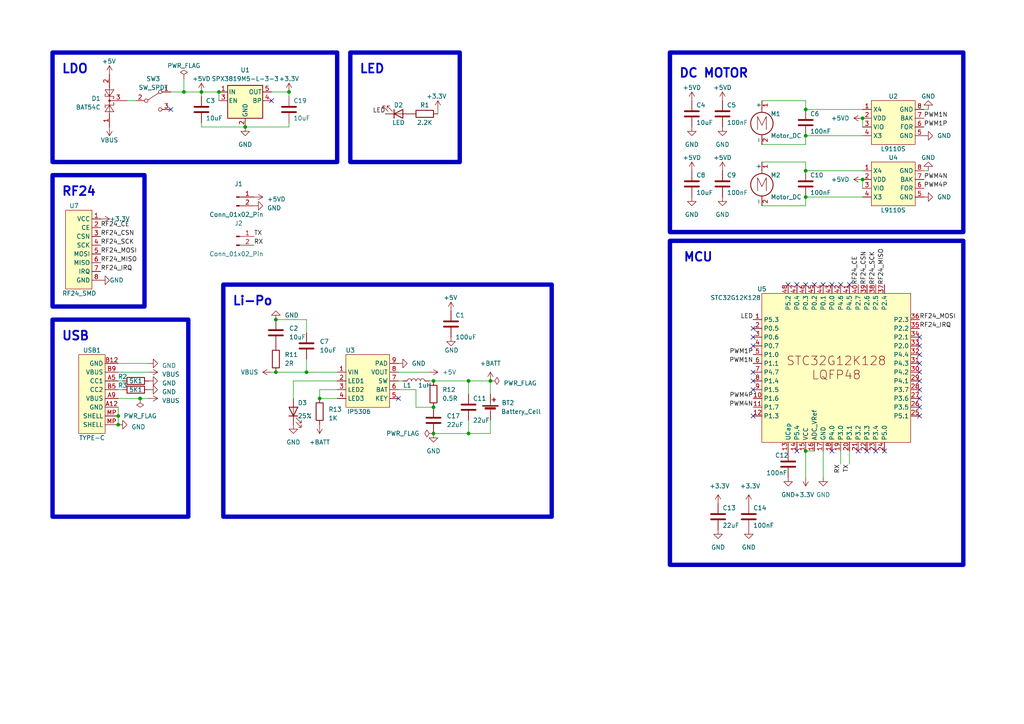
<source format=kicad_sch>
(kicad_sch (version 20230121) (generator eeschema)
  (paper "A4")
  (lib_symbols
    (symbol "ADel:L9110S"
      (property "Reference" "U" (at 0 1.27 0))
      (symbol "L9110S_0_1"
        (rectangle (start 0 0) (end 12.7 -12.7) (fill (type background)))
      )
      (symbol "L9110S_1_1"
        (pin bidirectional line (at -2.54 -2.54 0) (length 2.54) (name "X4") (number "1"))
        (pin power_in line (at -2.54 -5.08 0) (length 2.54) (name "VDD") (number "2"))
        (pin power_in line (at -2.54 -7.62 0) (length 2.54) (name "VIO") (number "3"))
        (pin bidirectional line (at -2.54 -10.16 0) (length 2.54) (name "X3") (number "4"))
        (pin power_in line (at 15.24 -10.16 180) (length 2.54) (name "GND") (number "5"))
        (pin bidirectional line (at 15.24 -7.62 180) (length 2.54) (name "FOR") (number "6"))
        (pin bidirectional line (at 15.24 -5.08 180) (length 2.54) (name "BAK") (number "7"))
        (pin power_in line (at 15.24 -2.54 180) (length 2.54) (name "GND") (number "8"))
      )
    )
    (symbol "ADel:STC32G12K128_48P"
      (property "Reference" "U" (at 0 1.27 0))
      (symbol "STC32G12K128_48P_0_1"
        (rectangle (start 0 0) (end 43.18 -43.18) (fill (type background)))
        (text "STC32G12K128\nLQFP48" (at 21.59 -21.59 0) (effects (font (size 2.54 2.54))))
      )
      (symbol "STC32G12K128_48P_1_1"
        (pin bidirectional line (at -2.54 -7.62 0) (length 2.54) (name "P5.3") (number "1"))
        (pin bidirectional line (at -2.54 -30.48 0) (length 2.54) (name "P1.6") (number "10"))
        (pin bidirectional line (at -2.54 -33.02 0) (length 2.54) (name "P1.7") (number "11"))
        (pin bidirectional line (at -2.54 -35.56 0) (length 2.54) (name "P1.3") (number "12"))
        (pin bidirectional line (at 7.62 -45.72 90) (length 2.54) (name "UCap") (number "13"))
        (pin bidirectional line (at 10.16 -45.72 90) (length 2.54) (name "P5.4") (number "14"))
        (pin power_in line (at 12.7 -45.72 90) (length 2.54) (name "VCC") (number "15"))
        (pin power_in line (at 15.24 -45.72 90) (length 2.54) (name "ADC_VRef") (number "16"))
        (pin power_in line (at 17.78 -45.72 90) (length 2.54) (name "GND") (number "17"))
        (pin bidirectional line (at 20.32 -45.72 90) (length 2.54) (name "P4.0") (number "18"))
        (pin bidirectional line (at 22.86 -45.72 90) (length 2.54) (name "P3.0") (number "19"))
        (pin bidirectional line (at -2.54 -10.16 0) (length 2.54) (name "P0.5") (number "2"))
        (pin bidirectional line (at 25.4 -45.72 90) (length 2.54) (name "P3.1") (number "20"))
        (pin bidirectional line (at 27.94 -45.72 90) (length 2.54) (name "P3.2") (number "21"))
        (pin bidirectional line (at 30.48 -45.72 90) (length 2.54) (name "P3.3") (number "22"))
        (pin bidirectional line (at 33.02 -45.72 90) (length 2.54) (name "P3.4") (number "23"))
        (pin bidirectional line (at 35.56 -45.72 90) (length 2.54) (name "P5.0") (number "24"))
        (pin bidirectional line (at 45.72 -35.56 180) (length 2.54) (name "P5.1") (number "25"))
        (pin bidirectional line (at 45.72 -33.02 180) (length 2.54) (name "P3.5") (number "26"))
        (pin bidirectional line (at 45.72 -30.48 180) (length 2.54) (name "P3.6") (number "27"))
        (pin bidirectional line (at 45.72 -27.94 180) (length 2.54) (name "P3.7") (number "28"))
        (pin bidirectional line (at 45.72 -25.4 180) (length 2.54) (name "P4.1") (number "29"))
        (pin bidirectional line (at -2.54 -12.7 0) (length 2.54) (name "P0.6") (number "3"))
        (pin bidirectional line (at 45.72 -22.86 180) (length 2.54) (name "P4.2") (number "30"))
        (pin bidirectional line (at 45.72 -20.32 180) (length 2.54) (name "P4.3") (number "31"))
        (pin bidirectional line (at 45.72 -17.78 180) (length 2.54) (name "P4.4") (number "32"))
        (pin bidirectional line (at 45.72 -15.24 180) (length 2.54) (name "P2.0") (number "33"))
        (pin bidirectional line (at 45.72 -12.7 180) (length 2.54) (name "P2.1") (number "34"))
        (pin bidirectional line (at 45.72 -10.16 180) (length 2.54) (name "P2.2") (number "35"))
        (pin bidirectional line (at 45.72 -7.62 180) (length 2.54) (name "P2.3") (number "36"))
        (pin bidirectional line (at 35.56 2.54 270) (length 2.54) (name "P2.4") (number "37"))
        (pin bidirectional line (at 33.02 2.54 270) (length 2.54) (name "P2.5") (number "38"))
        (pin bidirectional line (at 30.48 2.54 270) (length 2.54) (name "P2.6") (number "39"))
        (pin bidirectional line (at -2.54 -15.24 0) (length 2.54) (name "P0.7") (number "4"))
        (pin bidirectional line (at 27.94 2.54 270) (length 2.54) (name "P2.7") (number "40"))
        (pin bidirectional line (at 25.4 2.54 270) (length 2.54) (name "P4.5") (number "41"))
        (pin bidirectional line (at 22.86 2.54 270) (length 2.54) (name "P4.6") (number "42"))
        (pin bidirectional line (at 20.32 2.54 270) (length 2.54) (name "P0.0") (number "43"))
        (pin bidirectional line (at 17.78 2.54 270) (length 2.54) (name "P0.1") (number "44"))
        (pin bidirectional line (at 15.24 2.54 270) (length 2.54) (name "P0.2") (number "45"))
        (pin bidirectional line (at 12.7 2.54 270) (length 2.54) (name "P0.3") (number "46"))
        (pin bidirectional line (at 10.16 2.54 270) (length 2.54) (name "P0.4") (number "47"))
        (pin bidirectional line (at 7.62 2.54 270) (length 2.54) (name "P5.2") (number "48"))
        (pin bidirectional line (at -2.54 -17.78 0) (length 2.54) (name "P1.0") (number "5"))
        (pin bidirectional line (at -2.54 -20.32 0) (length 2.54) (name "P1.1") (number "6"))
        (pin bidirectional line (at -2.54 -22.86 0) (length 2.54) (name "P4.7") (number "7"))
        (pin bidirectional line (at -2.54 -25.4 0) (length 2.54) (name "P1.4") (number "8"))
        (pin bidirectional line (at -2.54 -27.94 0) (length 2.54) (name "P1.5") (number "9"))
      )
    )
    (symbol "ADel:TYPE_C_6P"
      (property "Reference" "USB" (at 3.81 1.27 0))
      (property "Value" "TYPE-C" (at 3.81 -24.13 0))
      (symbol "TYPE_C_6P_0_1"
        (rectangle (start 0 0) (end 7.62 -22.86) (fill (type background)))
      )
      (symbol "TYPE_C_6P_1_1"
        (pin bidirectional line (at -3.81 -15.24 0) (length 3.81) (name "GND") (number "A12"))
        (pin bidirectional line (at -3.81 -7.62 0) (length 3.81) (name "CC1") (number "A5"))
        (pin bidirectional line (at -3.81 -12.7 0) (length 3.81) (name "VBUS") (number "A9"))
        (pin bidirectional line (at -3.81 -2.54 0) (length 3.81) (name "GND") (number "B12"))
        (pin bidirectional line (at -3.81 -10.16 0) (length 3.81) (name "CC2") (number "B5"))
        (pin bidirectional line (at -3.81 -5.08 0) (length 3.81) (name "VBUS") (number "B9"))
        (pin bidirectional line (at -3.81 -20.32 0) (length 3.81) (name "SHELL") (number "MP"))
        (pin bidirectional line (at -3.81 -17.78 0) (length 3.81) (name "SHELL") (number "MP"))
      )
    )
    (symbol "Connector:Conn_01x02_Pin" (pin_names (offset 1.016) hide)
      (property "Reference" "J" (at 0 2.54 0))
      (property "Value" "Conn_01x02_Pin" (at 0 -5.08 0))
      (symbol "Conn_01x02_Pin_1_1"
        (polyline (pts (xy 1.27 -2.54) (xy 0.8636 -2.54)) (stroke (width 0.1524)))
        (polyline (pts (xy 1.27 0) (xy 0.8636 0)) (stroke (width 0.1524)))
        (rectangle (start 0.8636 -2.413) (end 0 -2.667) (stroke (width 0.1524)) (fill (type outline)))
        (rectangle (start 0.8636 0.127) (end 0 -0.127) (stroke (width 0.1524)) (fill (type outline)))
        (pin passive line (at 5.08 0 180) (length 3.81) (name "Pin_1") (number "1"))
        (pin passive line (at 5.08 -2.54 180) (length 3.81) (name "Pin_2") (number "2"))
      )
    )
    (symbol "Del_Schlib:IP5306"
      (property "Reference" "U" (at 0 1.27 0))
      (property "Value" "IP5306" (at 8.89 1.27 0))
      (symbol "IP5306_0_1"
        (rectangle (start 0 0) (end 12.7 -15.24) (fill (type background)))
      )
      (symbol "IP5306_1_1"
        (pin power_in line (at -2.54 -5.08 0) (length 2.54) (name "VIN") (number "1"))
        (pin bidirectional line (at -2.54 -7.62 0) (length 2.54) (name "LED1") (number "2"))
        (pin bidirectional line (at -2.54 -10.16 0) (length 2.54) (name "LED2") (number "3"))
        (pin bidirectional line (at -2.54 -12.7 0) (length 2.54) (name "LED3") (number "4"))
        (pin input line (at 15.24 -12.7 180) (length 2.54) (name "KEY") (number "5"))
        (pin bidirectional line (at 15.24 -10.16 180) (length 2.54) (name "BAT") (number "6"))
        (pin bidirectional line (at 15.24 -7.62 180) (length 2.54) (name "SW") (number "7"))
        (pin power_out line (at 15.24 -5.08 180) (length 2.54) (name "VOUT") (number "8"))
        (pin power_in line (at 15.24 -2.54 180) (length 2.54) (name "PAD") (number "9"))
      )
    )
    (symbol "Del_Schlib:RF24_SMD"
      (property "Reference" "U" (at 3.81 1.27 0))
      (property "Value" "RF24_SMD" (at 3.81 -24.13 0))
      (symbol "RF24_SMD_0_1"
        (rectangle (start 0 0) (end 7.62 -22.86) (fill (type background)))
      )
      (symbol "RF24_SMD_1_1"
        (pin power_in line (at -2.54 -2.54 0) (length 2.54) (name "VCC") (number "1"))
        (pin bidirectional line (at -2.54 -5.08 0) (length 2.54) (name "CE") (number "2"))
        (pin bidirectional line (at -2.54 -7.62 0) (length 2.54) (name "CSN") (number "3"))
        (pin bidirectional line (at -2.54 -10.16 0) (length 2.54) (name "SCK") (number "4"))
        (pin bidirectional line (at -2.54 -12.7 0) (length 2.54) (name "MOSI") (number "5"))
        (pin bidirectional line (at -2.54 -15.24 0) (length 2.54) (name "MISO") (number "6"))
        (pin bidirectional line (at -2.54 -17.78 0) (length 2.54) (name "IRQ") (number "7"))
        (pin power_in line (at -2.54 -20.32 0) (length 2.54) (name "GND") (number "8"))
      )
    )
    (symbol "Device:Battery_Cell" (pin_numbers hide) (pin_names (offset 0) hide)
      (property "Reference" "BT1" (at 5.08 2.54 0))
      (property "Value" "Battery_Cell" (at 8.89 0 0))
      (symbol "Battery_Cell_0_1"
        (rectangle (start -2.286 1.778) (end 2.286 1.524) (fill (type outline)))
        (rectangle (start -1.5748 1.1938) (end 1.4732 0.6858) (fill (type outline)))
        (polyline (pts (xy 0 0.762) (xy 0 0)))
        (polyline (pts (xy 0 1.778) (xy 0 2.54)))
        (polyline (pts (xy 0.508 3.429) (xy 1.524 3.429)) (stroke (width 0.254)))
        (polyline (pts (xy 1.016 3.937) (xy 1.016 2.921)) (stroke (width 0.254)))
      )
      (symbol "Battery_Cell_1_1"
        (pin passive line (at 0 -2.54 90) (length 2.54) (name "-") (number "1"))
        (pin passive line (at 0 5.08 270) (length 2.54) (name "+") (number "2"))
      )
    )
    (symbol "Device:C" (pin_numbers hide) (pin_names (offset 0.254))
      (property "Reference" "C" (at 0.635 2.54 0))
      (property "Value" "C" (at 0.635 -2.54 0))
      (symbol "C_0_1"
        (polyline (pts (xy -2.032 -0.762) (xy 2.032 -0.762)) (stroke (width 0.508)))
        (polyline (pts (xy -2.032 0.762) (xy 2.032 0.762)) (stroke (width 0.508)))
      )
      (symbol "C_1_1"
        (pin passive line (at 0 3.81 270) (length 2.794) (name "~") (number "1"))
        (pin passive line (at 0 -3.81 90) (length 2.794) (name "~") (number "2"))
      )
    )
    (symbol "Device:L" (pin_numbers hide) (pin_names (offset 1.016) hide)
      (property "Reference" "L" (at -1.27 0 90))
      (property "Value" "L" (at 1.905 0 90))
      (symbol "L_0_1"
        (arc (start 0 -2.54) (mid 0.6323 -1.905) (end 0 -1.27))
        (arc (start 0 -1.27) (mid 0.6323 -0.635) (end 0 0))
        (arc (start 0 0) (mid 0.6323 0.635) (end 0 1.27))
        (arc (start 0 1.27) (mid 0.6323 1.905) (end 0 2.54))
      )
      (symbol "L_1_1"
        (pin passive line (at 0 3.81 270) (length 1.27) (name "1") (number "1"))
        (pin passive line (at 0 -3.81 90) (length 1.27) (name "2") (number "2"))
      )
    )
    (symbol "Device:LED" (pin_numbers hide) (pin_names (offset 1.016) hide)
      (property "Reference" "D" (at 0 2.54 0))
      (property "Value" "LED" (at 0 -2.54 0))
      (symbol "LED_0_1"
        (polyline (pts (xy -1.27 -1.27) (xy -1.27 1.27)) (stroke (width 0.254)))
        (polyline (pts (xy -1.27 0) (xy 1.27 0)))
        (polyline (pts (xy 1.27 -1.27) (xy 1.27 1.27) (xy -1.27 0) (xy 1.27 -1.27)) (stroke (width 0.254)))
        (polyline (pts (xy -3.048 -0.762) (xy -4.572 -2.286) (xy -3.81 -2.286) (xy -4.572 -2.286) (xy -4.572 -1.524)))
        (polyline (pts (xy -1.778 -0.762) (xy -3.302 -2.286) (xy -2.54 -2.286) (xy -3.302 -2.286) (xy -3.302 -1.524)))
      )
      (symbol "LED_1_1"
        (pin passive line (at -3.81 0 0) (length 2.54) (name "K") (number "1"))
        (pin passive line (at 3.81 0 180) (length 2.54) (name "A") (number "2"))
      )
    )
    (symbol "Device:R" (pin_numbers hide) (pin_names (offset 0))
      (property "Reference" "R" (at 2.032 0 90))
      (property "Value" "R" (at 0 0 90))
      (symbol "R_0_1"
        (rectangle (start -1.016 -2.54) (end 1.016 2.54) (stroke (width 0.254)))
      )
      (symbol "R_1_1"
        (pin passive line (at 0 3.81 270) (length 1.27) (name "~") (number "1"))
        (pin passive line (at 0 -3.81 90) (length 1.27) (name "~") (number "2"))
      )
    )
    (symbol "Diode:BAT54C" (pin_names (offset 1.016))
      (property "Reference" "D" (at 0.635 -3.81 0))
      (property "Value" "BAT54C" (at -6.35 3.175 0))
      (symbol "BAT54C_0_1"
        (polyline (pts (xy -1.905 0) (xy 1.905 0)))
        (polyline (pts (xy -1.905 1.27) (xy -1.905 1.016)))
        (polyline (pts (xy -1.27 -1.27) (xy -0.635 -1.27)))
        (polyline (pts (xy -1.27 0) (xy -3.81 0)))
        (polyline (pts (xy -1.27 1.27) (xy -1.905 1.27)))
        (polyline (pts (xy -1.27 1.27) (xy -1.27 -1.27)))
        (polyline (pts (xy -0.635 -1.27) (xy -0.635 -1.016)))
        (polyline (pts (xy 0.635 -1.27) (xy 0.635 -1.016)))
        (polyline (pts (xy 1.27 -1.27) (xy 0.635 -1.27)))
        (polyline (pts (xy 1.27 1.27) (xy 1.27 -1.27)))
        (polyline (pts (xy 1.27 1.27) (xy 1.905 1.27)))
        (polyline (pts (xy 1.905 1.27) (xy 1.905 1.016)))
        (polyline (pts (xy 3.81 0) (xy 1.27 0)))
        (polyline (pts (xy -3.175 -1.27) (xy -3.175 1.27) (xy -1.27 0) (xy -3.175 -1.27)))
        (polyline (pts (xy 3.175 -1.27) (xy 3.175 1.27) (xy 1.27 0) (xy 3.175 -1.27)))
        (circle (center 0 0) (radius 0.254) (fill (type outline)))
      )
      (symbol "BAT54C_1_1"
        (pin passive line (at -7.62 0 0) (length 3.81) (name "~") (number "1"))
        (pin passive line (at 7.62 0 180) (length 3.81) (name "~") (number "2"))
        (pin passive line (at 0 -5.08 90) (length 5.08) (name "~") (number "3"))
      )
    )
    (symbol "Motor:Motor_DC" (pin_names (offset 0))
      (property "Reference" "M" (at 2.54 2.54 0))
      (property "Value" "Motor_DC" (at 2.54 -5.08 0))
      (symbol "Motor_DC_0_0"
        (polyline (pts (xy -1.27 -3.302) (xy -1.27 0.508) (xy 0 -2.032) (xy 1.27 0.508) (xy 1.27 -3.302)))
      )
      (symbol "Motor_DC_0_1"
        (circle (center 0 -1.524) (radius 3.2512) (stroke (width 0.254)))
        (polyline (pts (xy 0 -7.62) (xy 0 -7.112)))
        (polyline (pts (xy 0 -4.7752) (xy 0 -5.1816)))
        (polyline (pts (xy 0 1.7272) (xy 0 2.0828)))
        (polyline (pts (xy 0 2.032) (xy 0 2.54)))
      )
      (symbol "Motor_DC_1_1"
        (pin passive line (at 0 5.08 270) (length 2.54) (name "+") (number "1"))
        (pin passive line (at 0 -7.62 90) (length 2.54) (name "-") (number "2"))
      )
    )
    (symbol "Regulator_Linear:SPX3819M5-L-3-3" (pin_names (offset 0.254))
      (property "Reference" "U" (at -3.81 5.715 0))
      (property "Value" "SPX3819M5-L-3-3" (at 0 5.715 0))
      (symbol "SPX3819M5-L-3-3_0_1"
        (rectangle (start -5.08 4.445) (end 5.08 -5.08) (stroke (width 0.254)) (fill (type background)))
      )
      (symbol "SPX3819M5-L-3-3_1_1"
        (pin power_in line (at -7.62 2.54 0) (length 2.54) (name "IN") (number "1"))
        (pin power_in line (at 0 -7.62 90) (length 2.54) (name "GND") (number "2"))
        (pin input line (at -7.62 0 0) (length 2.54) (name "EN") (number "3"))
        (pin input line (at 7.62 0 180) (length 2.54) (name "BP") (number "4"))
        (pin power_out line (at 7.62 2.54 180) (length 2.54) (name "OUT") (number "5"))
      )
    )
    (symbol "Switch:SW_SPDT" (pin_names (offset 0) hide)
      (property "Reference" "SW" (at 0 4.318 0))
      (property "Value" "SW_SPDT" (at 0 -5.08 0))
      (symbol "SW_SPDT_0_0"
        (circle (center -2.032 0) (radius 0.508))
        (circle (center 2.032 -2.54) (radius 0.508))
      )
      (symbol "SW_SPDT_0_1"
        (polyline (pts (xy -1.524 0.254) (xy 1.651 2.286)))
        (circle (center 2.032 2.54) (radius 0.508))
      )
      (symbol "SW_SPDT_1_1"
        (pin passive line (at 5.08 2.54 180) (length 2.54) (name "A") (number "1"))
        (pin passive line (at -5.08 0 0) (length 2.54) (name "B") (number "2"))
        (pin passive line (at 5.08 -2.54 180) (length 2.54) (name "C") (number "3"))
      )
    )
    (symbol "power:+3.3V" (power) (pin_names (offset 0))
      (property "Value" "+3.3V" (at 0 3.556 0))
      (symbol "+3.3V_0_1"
        (polyline (pts (xy -0.762 1.27) (xy 0 2.54)))
        (polyline (pts (xy 0 0) (xy 0 2.54)))
        (polyline (pts (xy 0 2.54) (xy 0.762 1.27)))
      )
      (symbol "+3.3V_1_1"
        (pin power_in line (at 0 0 90) (length 0) hide (name "+3.3V") (number "1"))
      )
    )
    (symbol "power:+5V" (power) (pin_names (offset 0))
      (property "Value" "+5V" (at 0 3.556 0))
      (symbol "+5V_0_1"
        (polyline (pts (xy -0.762 1.27) (xy 0 2.54)))
        (polyline (pts (xy 0 0) (xy 0 2.54)))
        (polyline (pts (xy 0 2.54) (xy 0.762 1.27)))
      )
      (symbol "+5V_1_1"
        (pin power_in line (at 0 0 90) (length 0) hide (name "+5V") (number "1"))
      )
    )
    (symbol "power:+5VD" (power) (pin_names (offset 0))
      (property "Value" "+5VD" (at 0 3.556 0))
      (symbol "+5VD_0_1"
        (polyline (pts (xy -0.762 1.27) (xy 0 2.54)))
        (polyline (pts (xy 0 0) (xy 0 2.54)))
        (polyline (pts (xy 0 2.54) (xy 0.762 1.27)))
      )
      (symbol "+5VD_1_1"
        (pin power_in line (at 0 0 90) (length 0) hide (name "+5VD") (number "1"))
      )
    )
    (symbol "power:+BATT" (power) (pin_names (offset 0))
      (property "Value" "+BATT" (at 0 3.556 0))
      (symbol "+BATT_0_1"
        (polyline (pts (xy -0.762 1.27) (xy 0 2.54)))
        (polyline (pts (xy 0 0) (xy 0 2.54)))
        (polyline (pts (xy 0 2.54) (xy 0.762 1.27)))
      )
      (symbol "+BATT_1_1"
        (pin power_in line (at 0 0 90) (length 0) hide (name "+BATT") (number "1"))
      )
    )
    (symbol "power:GND" (power) (pin_names (offset 0))
      (property "Value" "GND" (at 0 -3.81 0))
      (symbol "GND_0_1"
        (polyline (pts (xy 0 0) (xy 0 -1.27) (xy 1.27 -1.27) (xy 0 -2.54) (xy -1.27 -1.27) (xy 0 -1.27)))
      )
      (symbol "GND_1_1"
        (pin power_in line (at 0 0 270) (length 0) hide (name "GND") (number "1"))
      )
    )
    (symbol "power:PWR_FLAG" (power) (pin_numbers hide) (pin_names (offset 0) hide)
      (property "Value" "PWR_FLAG" (at 0 3.81 0))
      (symbol "PWR_FLAG_0_0"
        (pin power_out line (at 0 0 90) (length 0) (name "pwr") (number "1"))
      )
      (symbol "PWR_FLAG_0_1"
        (polyline (pts (xy 0 0) (xy 0 1.27) (xy -1.016 1.905) (xy 0 2.54) (xy 1.016 1.905) (xy 0 1.27)))
      )
    )
    (symbol "power:VBUS" (power) (pin_names (offset 0))
      (property "Value" "VBUS" (at 0 3.81 0))
      (symbol "VBUS_0_1"
        (polyline (pts (xy -0.762 1.27) (xy 0 2.54)))
        (polyline (pts (xy 0 0) (xy 0 2.54)))
        (polyline (pts (xy 0 2.54) (xy 0.762 1.27)))
      )
      (symbol "VBUS_1_1"
        (pin power_in line (at 0 0 90) (length 0) hide (name "VBUS") (number "1"))
      )
    )
  )
  (junction (at 135.89 125.73))
  (junction (at 142.24 110.49))
  (junction (at 34.29 120.65))
  (junction (at 250.19 52.07))
  (junction (at 71.12 36.83))
  (junction (at 92.71 115.57))
  (junction (at 125.73 118.11))
  (junction (at 58.42 26.67))
  (junction (at 233.68 39.37))
  (junction (at 233.68 57.15))
  (junction (at 135.89 110.49))
  (junction (at 250.19 34.29))
  (junction (at 63.5 26.67))
  (junction (at 233.68 49.53))
  (junction (at 80.01 107.95))
  (junction (at 40.64 115.57))
  (junction (at 125.73 125.73))
  (junction (at 125.73 110.49))
  (junction (at 88.9 107.95))
  (junction (at 83.82 26.67))
  (junction (at 233.68 31.75))
  (junction (at 233.68 130.81))
  (junction (at 53.34 26.67))
  (junction (at 34.29 123.19))
  (junction (at 80.01 92.71))
  (no_connect (at 218.44 100.33))
  (no_connect (at 251.46 130.81))
  (no_connect (at 218.44 120.65))
  (no_connect (at 266.7 120.65))
  (no_connect (at 266.7 100.33))
  (no_connect (at 256.54 130.81))
  (no_connect (at 248.92 130.81))
  (no_connect (at 236.22 82.55))
  (no_connect (at 231.14 82.55))
  (no_connect (at 266.7 115.57))
  (no_connect (at 266.7 102.87))
  (no_connect (at 254 130.81))
  (no_connect (at 241.3 130.81))
  (no_connect (at 218.44 97.79))
  (no_connect (at 246.38 82.55))
  (no_connect (at 218.44 113.03))
  (no_connect (at 266.7 118.11))
  (no_connect (at 238.76 82.55))
  (no_connect (at 233.68 82.55))
  (no_connect (at 115.57 115.57))
  (no_connect (at 266.7 110.49))
  (no_connect (at 49.53 31.75))
  (no_connect (at 266.7 97.79))
  (no_connect (at 266.7 105.41))
  (no_connect (at 266.7 113.03))
  (no_connect (at 228.6 82.55))
  (no_connect (at 266.7 107.95))
  (no_connect (at 218.44 95.25))
  (no_connect (at 218.44 107.95))
  (no_connect (at 241.3 82.55))
  (no_connect (at 78.74 29.21))
  (no_connect (at 243.84 82.55))
  (no_connect (at 231.14 130.81))
  (no_connect (at 218.44 110.49))
  (wire (pts (xy 58.42 36.83) (xy 71.12 36.83)))
  (wire (pts (xy 250.19 34.29) (xy 250.19 36.83)))
  (wire (pts (xy 34.29 118.11) (xy 34.29 120.65)))
  (wire (pts (xy 88.9 92.71) (xy 88.9 96.52)))
  (wire (pts (xy 124.46 110.49) (xy 125.73 110.49)))
  (wire (pts (xy 250.19 52.07) (xy 250.19 54.61)))
  (wire (pts (xy 85.09 115.57) (xy 85.09 110.49)))
  (wire (pts (xy 243.84 130.81) (xy 243.84 134.62)))
  (wire (pts (xy 233.68 46.99) (xy 233.68 49.53)))
  (wire (pts (xy 120.65 118.11) (xy 120.65 113.03)))
  (wire (pts (xy 71.12 36.83) (xy 83.82 36.83)))
  (wire (pts (xy 233.68 130.81) (xy 236.22 130.81)))
  (wire (pts (xy 246.38 130.81) (xy 246.38 134.62)))
  (wire (pts (xy 58.42 26.67) (xy 58.42 27.94)))
  (wire (pts (xy 124.46 107.95) (xy 115.57 107.95)))
  (wire (pts (xy 63.5 26.67) (xy 63.5 29.21)))
  (wire (pts (xy 233.68 29.21) (xy 233.68 31.75)))
  (wire (pts (xy 135.89 121.92) (xy 135.89 125.73)))
  (wire (pts (xy 80.01 92.71) (xy 88.9 92.71)))
  (wire (pts (xy 92.71 113.03) (xy 92.71 115.57)))
  (wire (pts (xy 58.42 36.83) (xy 58.42 35.56)))
  (wire (pts (xy 233.68 59.69) (xy 220.98 59.69)))
  (wire (pts (xy 135.89 110.49) (xy 142.24 110.49)))
  (wire (pts (xy 142.24 121.92) (xy 142.24 125.73)))
  (wire (pts (xy 88.9 107.95) (xy 97.79 107.95)))
  (wire (pts (xy 43.18 105.41) (xy 34.29 105.41)))
  (wire (pts (xy 116.84 110.49) (xy 115.57 110.49)))
  (wire (pts (xy 135.89 125.73) (xy 142.24 125.73)))
  (wire (pts (xy 40.64 115.57) (xy 43.18 115.57)))
  (wire (pts (xy 92.71 115.57) (xy 97.79 115.57)))
  (wire (pts (xy 233.68 31.75) (xy 250.19 31.75)))
  (wire (pts (xy 49.53 26.67) (xy 53.34 26.67)))
  (wire (pts (xy 78.74 107.95) (xy 80.01 107.95)))
  (wire (pts (xy 269.24 31.75) (xy 267.97 31.75)))
  (wire (pts (xy 43.18 107.95) (xy 34.29 107.95)))
  (wire (pts (xy 85.09 110.49) (xy 97.79 110.49)))
  (wire (pts (xy 233.68 57.15) (xy 250.19 57.15)))
  (wire (pts (xy 115.57 113.03) (xy 120.65 113.03)))
  (wire (pts (xy 142.24 110.49) (xy 142.24 114.3)))
  (wire (pts (xy 36.83 29.21) (xy 39.37 29.21)))
  (wire (pts (xy 269.24 49.53) (xy 267.97 49.53)))
  (wire (pts (xy 34.29 115.57) (xy 40.64 115.57)))
  (wire (pts (xy 233.68 39.37) (xy 250.19 39.37)))
  (wire (pts (xy 238.76 138.43) (xy 238.76 130.81)))
  (wire (pts (xy 233.68 138.43) (xy 233.68 130.81)))
  (wire (pts (xy 233.68 39.37) (xy 233.68 41.91)))
  (wire (pts (xy 35.56 110.49) (xy 34.29 110.49)))
  (wire (pts (xy 88.9 104.14) (xy 88.9 107.95)))
  (wire (pts (xy 58.42 26.67) (xy 63.5 26.67)))
  (wire (pts (xy 53.34 22.86) (xy 53.34 26.67)))
  (wire (pts (xy 233.68 49.53) (xy 250.19 49.53)))
  (wire (pts (xy 220.98 46.99) (xy 233.68 46.99)))
  (wire (pts (xy 78.74 26.67) (xy 83.82 26.67)))
  (wire (pts (xy 127 31.75) (xy 127 33.02)))
  (wire (pts (xy 125.73 110.49) (xy 135.89 110.49)))
  (wire (pts (xy 233.68 57.15) (xy 233.68 59.69)))
  (wire (pts (xy 53.34 26.67) (xy 58.42 26.67)))
  (wire (pts (xy 233.68 41.91) (xy 220.98 41.91)))
  (wire (pts (xy 220.98 29.21) (xy 233.68 29.21)))
  (wire (pts (xy 83.82 26.67) (xy 83.82 27.94)))
  (wire (pts (xy 97.79 113.03) (xy 92.71 113.03)))
  (wire (pts (xy 34.29 120.65) (xy 34.29 123.19)))
  (wire (pts (xy 125.73 118.11) (xy 120.65 118.11)))
  (wire (pts (xy 80.01 107.95) (xy 88.9 107.95)))
  (wire (pts (xy 83.82 35.56) (xy 83.82 36.83)))
  (wire (pts (xy 35.56 113.03) (xy 34.29 113.03)))
  (wire (pts (xy 135.89 110.49) (xy 135.89 114.3)))
  (wire (pts (xy 135.89 125.73) (xy 125.73 125.73)))
  (rectangle (start 15.24 92.71) (end 54.61 149.86) (stroke (width 1.27)))
  (rectangle (start 194.31 69.85) (end 279.4 163.83) (stroke (width 1.27)))
  (rectangle (start 101.6 15.24) (end 133.35 46.99) (stroke (width 1.27)))
  (rectangle (start 194.31 15.24) (end 279.4 67.31) (stroke (width 1.27)))
  (rectangle (start 15.24 15.24) (end 97.79 46.99) (stroke (width 1.27)))
  (rectangle (start 15.24 50.8) (end 41.91 88.9) (stroke (width 1.27)))
  (rectangle (start 64.77 82.55) (end 160.02 149.86) (stroke (width 1.27)))
  (text "RF24" (at 17.78 57.15 0) (effects (font (size 2.54 2.54) (thickness 0.508) bold) (justify left bottom)))
  (text "LDO" (at 17.78 21.59 0) (effects (font (size 2.54 2.54) bold) (justify left bottom)))
  (text "USB" (at 17.78 99.06 0) (effects (font (size 2.54 2.54) (thickness 0.508) bold) (justify left bottom)))
  (text "LED" (at 104.14 21.59 0) (effects (font (size 2.54 2.54) bold) (justify left bottom)))
  (text "Li-Po" (at 67.31 88.9 0) (effects (font (size 2.54 2.54) (thickness 0.508) bold) (justify left bottom)))
  (text "DC MOTOR" (at 196.85 22.86 0) (effects (font (size 2.54 2.54) (thickness 0.508) bold) (justify left bottom)))
  (text "MCU" (at 198.12 76.2 0) (effects (font (size 2.54 2.54) bold) (justify left bottom)))
  (label "RF24_MISO" (at 256.54 82.55 90))
  (label "RF24_MISO" (at 29.21 76.2 0))
  (label "LED" (at 218.44 92.71 180))
  (label "RF24_CSN" (at 251.46 82.55 90))
  (label "PWM1N" (at 267.97 34.29 0))
  (label "PWM1P" (at 218.44 102.87 180))
  (label "RF24_CSN" (at 29.21 68.58 0))
  (label "PWM4P" (at 218.44 115.57 180))
  (label "RF24_IRQ" (at 29.21 78.74 0))
  (label "RF24_MOSI" (at 29.21 73.66 0))
  (label "RF24_IRQ" (at 266.7 95.25 0))
  (label "RF24_MOSI" (at 266.7 92.71 0))
  (label "PWM4N" (at 267.97 52.07 0))
  (label "PWM4P" (at 267.97 54.61 0))
  (label "PWM4N" (at 218.44 118.11 180))
  (label "PWM1P" (at 267.97 36.83 0))
  (label "RF24_CE" (at 248.92 82.55 90))
  (label "RF24_CE" (at 29.21 66.04 0))
  (label "LED" (at 111.76 33.02 180))
  (label "RX" (at 73.66 71.12 0))
  (label "RF24_SCK" (at 29.21 71.12 0))
  (label "RX" (at 243.84 134.62 270))
  (label "TX" (at 73.66 68.58 0))
  (label "RF24_SCK" (at 254 82.55 90))
  (label "PWM1N" (at 218.44 105.41 180))
  (label "TX" (at 246.38 134.62 270))
  (symbol (lib_id "power:VBUS") (at 43.18 115.57 270) (unit 1)
    (property "Reference" "#PWR038" (effects hide))
    (property "Value" "VBUS" (at 46.99 116.205 90) (effects (justify left)))
  )
  (symbol (lib_id "Motor:Motor_DC") (at 220.98 34.29 0) (unit 1)
    (property "Reference" "M1" (at 223.52 33.02 0) (effects (justify left)))
    (property "Value" "Motor_DC" (at 223.52 39.37 0) (effects (justify left)))
    (property "Footprint" "ADel:PAD_2P_P2.54mm" (effects hide))
  )
  (symbol (lib_id "power:GND") (at 125.73 125.73 0) (unit 1)
    (property "Reference" "#PWR028" (effects hide))
    (property "Value" "GND" (at 125.73 130.81 0))
  )
  (symbol (lib_id "Device:R") (at 39.37 113.03 90) (unit 1)
    (property "Reference" "R3" (at 35.56 111.76 90))
    (property "Value" "5K1" (at 39.37 113.03 90))
    (property "Footprint" "Resistor_SMD:R_0603_1608Metric_Pad0.98x0.95mm_HandSolder" (effects hide))
  )
  (symbol (lib_id "power:GND") (at 200.66 36.83 0) (unit 1)
    (property "Reference" "#PWR013" (effects hide))
    (property "Value" "GND" (at 200.66 41.91 0))
  )
  (symbol (lib_id "power:GND") (at 80.01 92.71 180) (unit 1)
    (property "Reference" "#PWR03" (effects hide))
    (property "Value" "GND" (at 82.55 91.4399 0) (effects (justify right)))
  )
  (symbol (lib_id "Device:C") (at 208.28 149.86 0) (unit 1)
    (property "Reference" "C13" (at 209.55 147.32 0) (effects (justify left)))
    (property "Value" "22uF" (at 209.55 152.4 0) (effects (justify left)))
    (property "Footprint" "Capacitor_SMD:C_1206_3216Metric" (effects hide))
  )
  (symbol (lib_id "Device:L") (at 120.65 110.49 90) (unit 1)
    (property "Reference" "L1" (at 118.11 111.76 90))
    (property "Value" "1uH" (at 123.19 111.76 90))
    (property "Footprint" "ADel:IND0420" (effects hide))
  )
  (symbol (lib_id "power:+5VD") (at 250.19 52.07 90) (unit 1)
    (property "Reference" "#PWR021" (effects hide))
    (property "Value" "+5VD" (at 246.38 52.07 90) (effects (justify left)))
  )
  (symbol (lib_id "power:VBUS") (at 78.74 107.95 90) (unit 1)
    (property "Reference" "#PWR020" (effects hide))
    (property "Value" "VBUS" (at 74.93 107.95 90) (effects (justify left)))
  )
  (symbol (lib_id "power:PWR_FLAG") (at 142.24 110.49 270) (unit 1)
    (property "Reference" "#FLG05" (effects hide))
    (property "Value" "PWR_FLAG" (at 146.05 111.125 90) (effects (justify left)))
  )
  (symbol (lib_id "Device:C") (at 200.66 33.02 0) (unit 1)
    (property "Reference" "C4" (at 201.93 30.48 0) (effects (justify left)))
    (property "Value" "10uF" (at 201.93 35.56 0) (effects (justify left)))
    (property "Footprint" "Capacitor_SMD:C_0603_1608Metric_Pad1.08x0.95mm_HandSolder" (effects hide))
  )
  (symbol (lib_id "power:VBUS") (at 31.75 36.83 180) (unit 1)
    (property "Reference" "#PWR012" (effects hide))
    (property "Value" "VBUS" (at 31.75 40.64 0))
  )
  (symbol (lib_id "Device:LED") (at 85.09 119.38 90) (unit 1)
    (property "Reference" "D3" (at 86.36 116.84 90) (effects (justify right)))
    (property "Value" "25%" (at 86.36 120.65 90) (effects (justify right)))
    (property "Footprint" "LED_SMD:LED_0603_1608Metric_Pad1.05x0.95mm_HandSolder" (effects hide))
  )
  (symbol (lib_id "power:+5VD") (at 200.66 49.53 0) (unit 1)
    (property "Reference" "#PWR010" (effects hide))
    (property "Value" "+5VD" (at 200.66 45.72 0))
  )
  (symbol (lib_id "Device:C") (at 83.82 31.75 0) (unit 1)
    (property "Reference" "C19" (at 85.09 29.21 0) (effects (justify left)))
    (property "Value" "10uF" (at 85.09 34.29 0) (effects (justify left)))
    (property "Footprint" "Capacitor_SMD:C_0603_1608Metric_Pad1.08x0.95mm_HandSolder" (effects hide))
  )
  (symbol (lib_id "power:GND") (at 269.24 49.53 180) (unit 1)
    (property "Reference" "#PWR019" (effects hide))
    (property "Value" "GND" (at 269.24 45.72 0))
  )
  (symbol (lib_id "power:+5VD") (at 73.66 57.15 270) (unit 1)
    (property "Reference" "#PWR033" (effects hide))
    (property "Value" "+5VD" (at 77.47 57.785 90) (effects (justify left)))
  )
  (symbol (lib_id "ADel:L9110S") (at 252.73 29.21 0) (unit 1)
    (property "Reference" "U2" (at 259.08 27.94 0))
    (property "Value" "L9110S" (at 259.08 43.18 0))
    (property "Footprint" "Package_SO:SOP-8_5.28x5.23mm_P1.27mm" (effects hide))
  )
  (symbol (lib_id "power:GND") (at 29.21 81.28 90) (unit 1)
    (property "Reference" "#PWR058" (effects hide))
    (property "Value" "GND" (at 31.75 81.28 90) (effects (justify right)))
  )
  (symbol (lib_id "power:+5VD") (at 209.55 49.53 0) (unit 1)
    (property "Reference" "#PWR017" (effects hide))
    (property "Value" "+5VD" (at 209.55 45.72 0))
  )
  (symbol (lib_id "Diode:BAT54C") (at 31.75 29.21 90) (unit 1)
    (property "Reference" "D1" (at 29.21 28.575 90) (effects (justify left)))
    (property "Value" "BAT54C" (at 29.21 31.115 90) (effects (justify left)))
    (property "Footprint" "Package_TO_SOT_SMD:SOT-23" (effects hide))
    (property "Datasheet" "http://www.diodes.com/_files/datasheets/ds11005.pdf" (effects hide))
  )
  (symbol (lib_id "power:GND") (at 238.76 138.43 0) (unit 1)
    (property "Reference" "#PWR041" (effects hide))
    (property "Value" "GND" (at 238.76 143.51 0))
  )
  (symbol (lib_id "power:GND") (at 208.28 153.67 0) (unit 1)
    (property "Reference" "#PWR046" (effects hide))
    (property "Value" "GND" (at 208.28 158.75 0))
  )
  (symbol (lib_id "power:GND") (at 209.55 36.83 0) (unit 1)
    (property "Reference" "#PWR014" (effects hide))
    (property "Value" "GND" (at 209.55 41.91 0))
  )
  (symbol (lib_id "power:+3.3V") (at 233.68 138.43 180) (unit 1)
    (property "Reference" "#PWR040" (effects hide))
    (property "Value" "+3.3V" (at 236.22 143.51 0) (effects (justify left)))
  )
  (symbol (lib_id "power:GND") (at 209.55 57.15 0) (unit 1)
    (property "Reference" "#PWR026" (effects hide))
    (property "Value" "GND" (at 209.55 62.23 0))
  )
  (symbol (lib_id "power:GND") (at 71.12 36.83 0) (unit 1)
    (property "Reference" "#PWR011" (effects hide))
    (property "Value" "GND" (at 71.12 41.91 0))
  )
  (symbol (lib_id "Device:C") (at 217.17 149.86 0) (unit 1)
    (property "Reference" "C14" (at 218.44 147.32 0) (effects (justify left)))
    (property "Value" "100nF" (at 218.44 152.4 0) (effects (justify left)))
    (property "Footprint" "Capacitor_SMD:C_0603_1608Metric_Pad1.08x0.95mm_HandSolder" (effects hide))
  )
  (symbol (lib_id "power:GND") (at 85.09 123.19 0) (unit 1)
    (property "Reference" "#PWR031" (effects hide))
    (property "Value" "GND" (at 85.09 128.27 0))
  )
  (symbol (lib_id "power:+5V") (at 124.46 107.95 270) (unit 1)
    (property "Reference" "#PWR022" (effects hide))
    (property "Value" "+5V" (at 128.27 107.9499 90) (effects (justify left)))
  )
  (symbol (lib_id "power:GND") (at 115.57 105.41 90) (unit 1)
    (property "Reference" "#PWR05" (effects hide))
    (property "Value" "GND" (at 119.38 105.4099 90) (effects (justify right)))
  )
  (symbol (lib_id "Device:C") (at 233.68 53.34 0) (unit 1)
    (property "Reference" "C10" (at 234.95 50.8 0) (effects (justify left)))
    (property "Value" "100nF" (at 234.95 55.88 0) (effects (justify left)))
    (property "Footprint" "Capacitor_SMD:C_0603_1608Metric_Pad1.08x0.95mm_HandSolder" (effects hide))
  )
  (symbol (lib_id "power:PWR_FLAG") (at 40.64 115.57 180) (unit 1)
    (property "Reference" "#FLG03" (effects hide))
    (property "Value" "PWR_FLAG" (at 40.64 120.65 0))
  )
  (symbol (lib_id "power:+5VD") (at 209.55 29.21 0) (unit 1)
    (property "Reference" "#PWR08" (effects hide))
    (property "Value" "+5VD" (at 209.55 25.4 0))
  )
  (symbol (lib_id "power:GND") (at 200.66 57.15 0) (unit 1)
    (property "Reference" "#PWR025" (effects hide))
    (property "Value" "GND" (at 200.66 62.23 0))
  )
  (symbol (lib_id "Regulator_Linear:SPX3819M5-L-3-3") (at 71.12 29.21 0) (unit 1)
    (property "Reference" "U1" (at 71.12 20.32 0))
    (property "Value" "SPX3819M5-L-3-3" (at 71.12 22.86 0))
    (property "Footprint" "Package_TO_SOT_SMD:SOT-23-5" (effects hide))
    (property "Datasheet" "https://www.exar.com/content/document.ashx?id=22106&languageid=1033&type=Datasheet&partnumber=SPX3819&filename=SPX3819.pdf&part=SPX3819" (effects hide))
  )
  (symbol (lib_id "Connector:Conn_01x02_Pin") (at 68.58 57.15 0) (unit 1)
    (property "Reference" "J1" (at 69.215 53.34 0))
    (property "Value" "Conn_01x02_Pin" (at 68.58 62.23 0))
    (property "Footprint" "ADel:PAD_2P_P2.54mm" (effects hide))
  )
  (symbol (lib_id "power:+3.3V") (at 83.82 26.67 0) (unit 1)
    (property "Reference" "#PWR06" (effects hide))
    (property "Value" "+3.3V" (at 83.82 22.86 0))
  )
  (symbol (lib_id "power:+5VD") (at 250.19 34.29 90) (unit 1)
    (property "Reference" "#PWR018" (effects hide))
    (property "Value" "+5VD" (at 246.38 34.29 90) (effects (justify left)))
  )
  (symbol (lib_id "Device:C") (at 228.6 134.62 0) (unit 1)
    (property "Reference" "C12" (at 224.79 132.08 0) (effects (justify left)))
    (property "Value" "100nF" (at 222.25 137.16 0) (effects (justify left)))
    (property "Footprint" "Capacitor_SMD:C_0603_1608Metric_Pad1.08x0.95mm_HandSolder" (effects hide))
  )
  (symbol (lib_id "Device:R") (at 125.73 114.3 0) (unit 1)
    (property "Reference" "R12" (at 128.27 113.0299 0) (effects (justify left)))
    (property "Value" "0.5R" (at 128.27 115.5699 0) (effects (justify left)))
    (property "Footprint" "Resistor_SMD:R_0603_1608Metric_Pad0.98x0.95mm_HandSolder" (effects hide))
  )
  (symbol (lib_id "power:GND") (at 267.97 57.15 90) (unit 1)
    (property "Reference" "#PWR027" (effects hide))
    (property "Value" "GND" (at 271.78 57.15 90) (effects (justify right)))
  )
  (symbol (lib_id "Device:C") (at 80.01 96.52 0) (unit 1)
    (property "Reference" "C2" (at 83.82 95.2499 0) (effects (justify left)))
    (property "Value" "10uF" (at 83.82 97.7899 0) (effects (justify left)))
    (property "Footprint" "Capacitor_SMD:C_0603_1608Metric_Pad1.08x0.95mm_HandSolder" (effects hide))
  )
  (symbol (lib_id "power:+3.3V") (at 127 31.75 0) (unit 1)
    (property "Reference" "#PWR030" (effects hide))
    (property "Value" "+3.3V" (at 129.54 27.94 0) (effects (justify right)))
  )
  (symbol (lib_id "power:GND") (at 267.97 39.37 90) (unit 1)
    (property "Reference" "#PWR016" (effects hide))
    (property "Value" "GND" (at 271.78 39.37 90) (effects (justify right)))
  )
  (symbol (lib_id "power:GND") (at 130.81 97.79 0) (unit 1)
    (property "Reference" "#PWR04" (effects hide))
    (property "Value" "GND" (at 128.905 101.6 0) (effects (justify left)))
  )
  (symbol (lib_id "power:VBUS") (at 43.18 107.95 270) (unit 1)
    (property "Reference" "#PWR035" (effects hide))
    (property "Value" "VBUS" (at 46.99 108.585 90) (effects (justify left)))
  )
  (symbol (lib_id "power:PWR_FLAG") (at 125.73 125.73 90) (unit 1)
    (property "Reference" "#FLG06" (effects hide))
    (property "Value" "PWR_FLAG" (at 116.84 125.73 90))
  )
  (symbol (lib_id "Del_Schlib:RF24_SMD") (at 26.67 60.96 0) (mirror y) (unit 1)
    (property "Reference" "U7" (at 22.86 59.69 0) (effects (justify left)))
    (property "Value" "RF24_SMD" (at 27.94 85.09 0) (effects (justify left)))
    (property "Footprint" "ADel:RF24_SMD" (effects hide))
  )
  (symbol (lib_id "power:+5VD") (at 58.42 26.67 0) (unit 1)
    (property "Reference" "#PWR01" (effects hide))
    (property "Value" "+5VD" (at 58.42 22.86 0))
  )
  (symbol (lib_id "power:+BATT") (at 142.24 110.49 0) (unit 1)
    (property "Reference" "#PWR023" (effects hide))
    (property "Value" "+BATT" (at 142.24 105.41 0))
  )
  (symbol (lib_id "power:+BATT") (at 92.71 123.19 180) (unit 1)
    (property "Reference" "#PWR029" (effects hide))
    (property "Value" "+BATT" (at 92.71 128.27 0))
  )
  (symbol (lib_id "power:+5V") (at 130.81 90.17 0) (unit 1)
    (property "Reference" "#PWR02" (effects hide))
    (property "Value" "+5V" (at 132.715 86.36 0) (effects (justify right)))
  )
  (symbol (lib_id "Device:R") (at 80.01 104.14 0) (unit 1)
    (property "Reference" "R11" (at 82.55 102.8699 0) (effects (justify left)))
    (property "Value" "2R" (at 82.55 105.4099 0) (effects (justify left)))
    (property "Footprint" "Resistor_SMD:R_0603_1608Metric_Pad0.98x0.95mm_HandSolder" (effects hide))
  )
  (symbol (lib_id "power:PWR_FLAG") (at 53.34 22.86 0) (unit 1)
    (property "Reference" "#FLG01" (effects hide))
    (property "Value" "PWR_FLAG" (at 53.34 19.05 0))
  )
  (symbol (lib_id "power:GND") (at 73.66 59.69 90) (unit 1)
    (property "Reference" "#PWR049" (effects hide))
    (property "Value" "GND" (at 77.47 60.325 90) (effects (justify right)))
  )
  (symbol (lib_id "ADel:TYPE_C_6P") (at 30.48 102.87 0) (mirror y) (unit 1)
    (property "Reference" "USB1" (at 26.67 101.6 0))
    (property "Value" "TYPE-C" (at 26.67 127 0))
    (property "Footprint" "ADel:TYPE-C_6P_Vertical" (effects hide))
  )
  (symbol (lib_id "Device:C") (at 125.73 121.92 0) (unit 1)
    (property "Reference" "C17" (at 129.54 120.6499 0) (effects (justify left)))
    (property "Value" "22uF" (at 129.54 123.1899 0) (effects (justify left)))
    (property "Footprint" "Capacitor_SMD:C_1206_3216Metric" (effects hide))
  )
  (symbol (lib_id "Device:C") (at 209.55 53.34 0) (unit 1)
    (property "Reference" "C9" (at 210.82 50.8 0) (effects (justify left)))
    (property "Value" "100nF" (at 210.82 55.88 0) (effects (justify left)))
    (property "Footprint" "Capacitor_SMD:C_0603_1608Metric_Pad1.08x0.95mm_HandSolder" (effects hide))
  )
  (symbol (lib_id "power:GND") (at 228.6 138.43 0) (unit 1)
    (property "Reference" "#PWR039" (effects hide))
    (property "Value" "GND" (at 228.6 143.51 0))
  )
  (symbol (lib_id "Device:C") (at 135.89 118.11 0) (unit 1)
    (property "Reference" "C11" (at 137.16 115.57 0) (effects (justify left)))
    (property "Value" "22uF" (at 137.16 121.92 0) (effects (justify left)))
    (property "Footprint" "Capacitor_SMD:C_1206_3216Metric" (effects hide))
  )
  (symbol (lib_id "Device:C") (at 130.81 93.98 0) (unit 1)
    (property "Reference" "C1" (at 132.08 91.44 0) (effects (justify left)))
    (property "Value" "100uF" (at 132.08 97.79 0) (effects (justify left)))
    (property "Footprint" "Capacitor_SMD:C_1210_3225Metric" (effects hide))
  )
  (symbol (lib_id "power:GND") (at 269.24 31.75 180) (unit 1)
    (property "Reference" "#PWR09" (effects hide))
    (property "Value" "GND" (at 269.24 27.94 0))
  )
  (symbol (lib_id "Device:C") (at 200.66 53.34 0) (unit 1)
    (property "Reference" "C8" (at 201.93 50.8 0) (effects (justify left)))
    (property "Value" "10uF" (at 201.93 55.88 0) (effects (justify left)))
    (property "Footprint" "Capacitor_SMD:C_0603_1608Metric_Pad1.08x0.95mm_HandSolder" (effects hide))
  )
  (symbol (lib_id "power:+3.3V") (at 217.17 146.05 0) (unit 1)
    (property "Reference" "#PWR044" (effects hide))
    (property "Value" "+3.3V" (at 214.63 140.97 0) (effects (justify left)))
  )
  (symbol (lib_id "ADel:L9110S") (at 252.73 46.99 0) (unit 1)
    (property "Reference" "U4" (at 259.08 45.72 0))
    (property "Value" "L9110S" (at 259.08 60.96 0))
    (property "Footprint" "Package_SO:SOP-8_5.28x5.23mm_P1.27mm" (effects hide))
  )
  (symbol (lib_id "ADel:STC32G12K128_48P") (at 220.98 85.09 0) (unit 1)
    (property "Reference" "U5" (at 220.98 83.82 0))
    (property "Value" "STC32G12K128" (at 213.36 86.36 0))
    (property "Footprint" "Package_QFP:LQFP-48_7x7mm_P0.5mm" (effects hide))
  )
  (symbol (lib_id "Device:C") (at 58.42 31.75 0) (unit 1)
    (property "Reference" "C3" (at 59.69 29.21 0) (effects (justify left)))
    (property "Value" "10uF" (at 59.69 34.29 0) (effects (justify left)))
    (property "Footprint" "Capacitor_SMD:C_0603_1608Metric_Pad1.08x0.95mm_HandSolder" (effects hide))
  )
  (symbol (lib_id "Connector:Conn_01x02_Pin") (at 68.58 68.58 0) (unit 1)
    (property "Reference" "J2" (at 69.215 64.77 0))
    (property "Value" "Conn_01x02_Pin" (at 68.58 73.66 0))
    (property "Footprint" "ADel:PAD_2P_P2.54mm" (effects hide))
  )
  (symbol (lib_id "power:+3.3V") (at 208.28 146.05 0) (unit 1)
    (property "Reference" "#PWR043" (effects hide))
    (property "Value" "+3.3V" (at 205.74 140.97 0) (effects (justify left)))
  )
  (symbol (lib_id "power:GND") (at 43.18 110.49 90) (unit 1)
    (property "Reference" "#PWR036" (effects hide))
    (property "Value" "GND" (at 46.99 111.125 90) (effects (justify right)))
  )
  (symbol (lib_id "power:+5VD") (at 200.66 29.21 0) (unit 1)
    (property "Reference" "#PWR07" (effects hide))
    (property "Value" "+5VD" (at 200.66 25.4 0))
  )
  (symbol (lib_id "Device:LED") (at 115.57 33.02 0) (mirror x) (unit 1)
    (property "Reference" "D2" (at 115.57 30.48 0))
    (property "Value" "LED" (at 115.57 35.56 0))
    (property "Footprint" "LED_THT:LED_D5.0mm" (effects hide))
  )
  (symbol (lib_id "power:+5V") (at 31.75 21.59 0) (unit 1)
    (property "Reference" "#PWR032" (effects hide))
    (property "Value" "+5V" (at 33.655 17.78 0) (effects (justify right)))
  )
  (symbol (lib_id "power:+3.3V") (at 29.21 63.5 270) (unit 1)
    (property "Reference" "#PWR051" (effects hide))
    (property "Value" "+3.3V" (at 31.75 63.5 90) (effects (justify left)))
  )
  (symbol (lib_id "Device:R") (at 123.19 33.02 90) (unit 1)
    (property "Reference" "R1" (at 123.19 30.48 90))
    (property "Value" "2.2K" (at 123.19 35.56 90))
    (property "Footprint" "Resistor_SMD:R_0603_1608Metric_Pad0.98x0.95mm_HandSolder" (effects hide))
  )
  (symbol (lib_id "Device:Battery_Cell") (at 142.24 119.38 0) (unit 1)
    (property "Reference" "BT2" (at 147.32 116.84 0))
    (property "Value" "Battery_Cell" (at 151.13 119.38 0))
    (property "Footprint" "ADel:PAD_2P_P2.54mm" (effects hide))
  )
  (symbol (lib_id "power:GND") (at 34.29 123.19 90) (unit 1)
    (property "Reference" "#PWR042" (effects hide))
    (property "Value" "GND" (at 38.1 123.825 90) (effects (justify right)))
  )
  (symbol (lib_id "power:GND") (at 217.17 153.67 0) (unit 1)
    (property "Reference" "#PWR047" (effects hide))
    (property "Value" "GND" (at 217.17 158.75 0))
  )
  (symbol (lib_id "power:GND") (at 43.18 113.03 90) (unit 1)
    (property "Reference" "#PWR037" (effects hide))
    (property "Value" "GND" (at 46.99 113.665 90) (effects (justify right)))
  )
  (symbol (lib_id "Device:R") (at 39.37 110.49 90) (unit 1)
    (property "Reference" "R2" (at 35.56 109.22 90))
    (property "Value" "5K1" (at 39.37 110.49 90))
    (property "Footprint" "Resistor_SMD:R_0603_1608Metric_Pad0.98x0.95mm_HandSolder" (effects hide))
  )
  (symbol (lib_id "Del_Schlib:IP5306") (at 100.33 102.87 0) (unit 1)
    (property "Reference" "U3" (at 101.6 101.6 0))
    (property "Value" "IP5306" (at 104.14 119.38 0))
    (property "Footprint" "Package_SO:HSOP-8-1EP_3.9x4.9mm_P1.27mm_EP2.3x2.3mm" (effects hide))
  )
  (symbol (lib_id "Motor:Motor_DC") (at 220.98 52.07 0) (unit 1)
    (property "Reference" "M2" (at 223.52 50.8 0) (effects (justify left)))
    (property "Value" "Motor_DC" (at 223.52 57.15 0) (effects (justify left)))
    (property "Footprint" "ADel:PAD_2P_P2.54mm" (effects hide))
  )
  (symbol (lib_id "power:GND") (at 43.18 105.41 90) (unit 1)
    (property "Reference" "#PWR034" (effects hide))
    (property "Value" "GND" (at 46.99 106.045 90) (effects (justify right)))
  )
  (symbol (lib_id "Switch:SW_SPDT") (at 44.45 29.21 0) (unit 1)
    (property "Reference" "SW3" (at 44.45 22.86 0))
    (property "Value" "SW_SPDT" (at 44.45 25.4 0))
    (property "Footprint" "ADel:SWITCH_TOGGLE_2.5mm_3P" (effects hide))
  )
  (symbol (lib_id "Device:C") (at 233.68 35.56 0) (unit 1)
    (property "Reference" "C6" (at 234.95 33.02 0) (effects (justify left)))
    (property "Value" "100nF" (at 234.95 38.1 0) (effects (justify left)))
    (property "Footprint" "Capacitor_SMD:C_0603_1608Metric_Pad1.08x0.95mm_HandSolder" (effects hide))
  )
  (symbol (lib_id "Device:C") (at 209.55 33.02 0) (unit 1)
    (property "Reference" "C5" (at 210.82 30.48 0) (effects (justify left)))
    (property "Value" "100nF" (at 210.82 35.56 0) (effects (justify left)))
    (property "Footprint" "Capacitor_SMD:C_0603_1608Metric_Pad1.08x0.95mm_HandSolder" (effects hide))
  )
  (symbol (lib_id "Device:C") (at 88.9 100.33 0) (unit 1)
    (property "Reference" "C7" (at 92.71 99.0599 0) (effects (justify left)))
    (property "Value" "10uF" (at 92.71 101.5999 0) (effects (justify left)))
    (property "Footprint" "Capacitor_SMD:C_0603_1608Metric_Pad1.08x0.95mm_HandSolder" (effects hide))
  )
  (symbol (lib_id "Device:R") (at 92.71 119.38 0) (unit 1)
    (property "Reference" "R13" (at 95.25 118.745 0) (effects (justify left)))
    (property "Value" "1K" (at 95.25 121.285 0) (effects (justify left)))
    (property "Footprint" "Resistor_SMD:R_0603_1608Metric_Pad0.98x0.95mm_HandSolder" (effects hide))
  )
)
</source>
